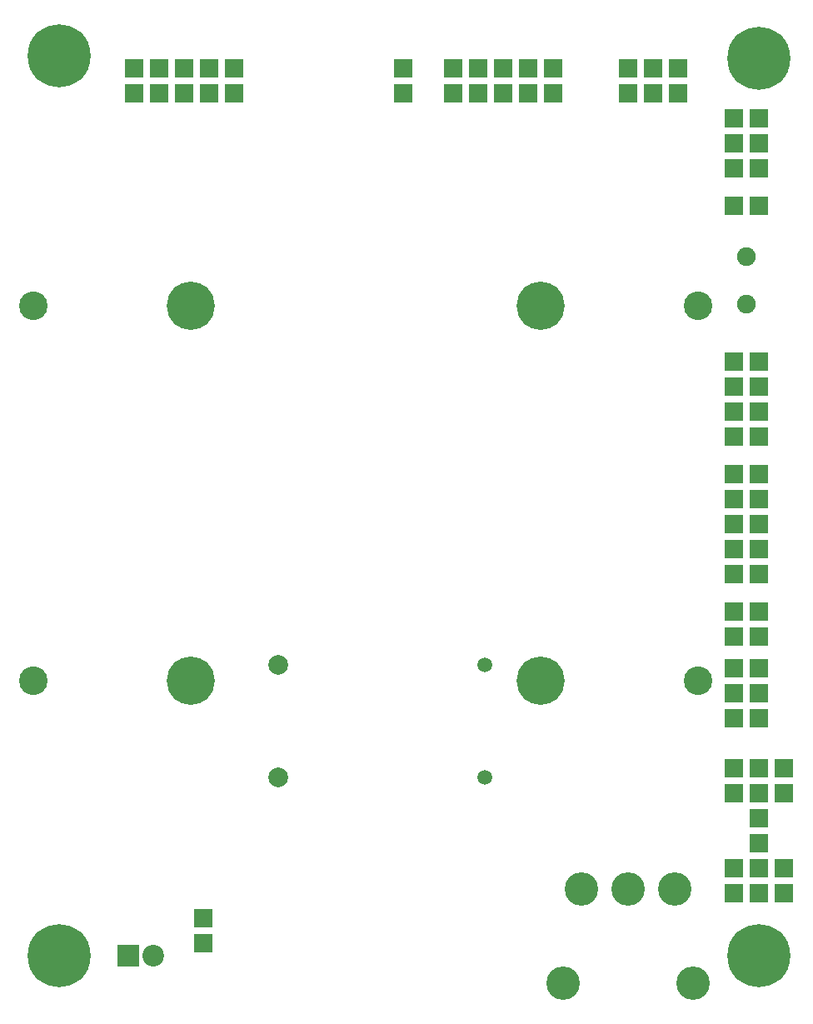
<source format=gbr>
G04 #@! TF.GenerationSoftware,KiCad,Pcbnew,(6.0.0-rc1-dev-205-gc0615c5ef)*
G04 #@! TF.CreationDate,2018-08-02T11:07:55+02:00*
G04 #@! TF.ProjectId,DATALOGGER01A,444154414C4F474745523031412E6B69,REV*
G04 #@! TF.SameCoordinates,Original*
G04 #@! TF.FileFunction,Soldermask,Top*
G04 #@! TF.FilePolarity,Negative*
%FSLAX46Y46*%
G04 Gerber Fmt 4.6, Leading zero omitted, Abs format (unit mm)*
G04 Created by KiCad (PCBNEW (6.0.0-rc1-dev-205-gc0615c5ef)) date 08/02/18 11:07:55*
%MOMM*%
%LPD*%
G01*
G04 APERTURE LIST*
%ADD10C,3.400000*%
%ADD11C,4.900000*%
%ADD12C,2.900000*%
%ADD13C,2.000000*%
%ADD14C,1.500000*%
%ADD15R,1.924000X1.924000*%
%ADD16C,6.400000*%
%ADD17C,1.901140*%
%ADD18C,2.200000*%
%ADD19R,2.200000X2.200000*%
G04 APERTURE END LIST*
D10*
G04 #@! TO.C,SW1*
X56260000Y2286000D03*
X69470000Y2286000D03*
X58165000Y11816000D03*
X62865000Y11816000D03*
X67565000Y11816000D03*
G04 #@! TD*
D11*
G04 #@! TO.C,BT1*
X18395000Y71120000D03*
X53995000Y71120000D03*
D12*
X2445000Y71120000D03*
X69945000Y71120000D03*
G04 #@! TD*
D13*
G04 #@! TO.C,J34*
X27330000Y23145000D03*
D14*
X48330000Y23145000D03*
G04 #@! TD*
D11*
G04 #@! TO.C,BT2*
X18395000Y33020000D03*
X53995000Y33020000D03*
D12*
X2445000Y33020000D03*
X69945000Y33020000D03*
G04 #@! TD*
D15*
G04 #@! TO.C,J1*
X73660000Y43815000D03*
X76200000Y43815000D03*
G04 #@! TD*
G04 #@! TO.C,J2*
X76200000Y51435000D03*
X73660000Y51435000D03*
G04 #@! TD*
G04 #@! TO.C,J3*
X76200000Y48895000D03*
X73660000Y48895000D03*
G04 #@! TD*
G04 #@! TO.C,J4*
X73660000Y46355000D03*
X76200000Y46355000D03*
G04 #@! TD*
G04 #@! TO.C,J5*
X76200000Y53975000D03*
X73660000Y53975000D03*
G04 #@! TD*
G04 #@! TO.C,J6*
X78740000Y24130000D03*
X78740000Y21590000D03*
X76200000Y24130000D03*
X76200000Y21590000D03*
X73660000Y24130000D03*
X73660000Y21590000D03*
G04 #@! TD*
D13*
G04 #@! TO.C,J7*
X27330000Y34575000D03*
D14*
X48330000Y34575000D03*
G04 #@! TD*
D15*
G04 #@! TO.C,J8*
X76200000Y81280000D03*
X73660000Y81280000D03*
G04 #@! TD*
G04 #@! TO.C,J9*
X40005000Y95250000D03*
X40005000Y92710000D03*
G04 #@! TD*
G04 #@! TO.C,J10*
X76200000Y29210000D03*
X73660000Y29210000D03*
X76200000Y31750000D03*
X73660000Y31750000D03*
X76200000Y34290000D03*
X73660000Y34290000D03*
G04 #@! TD*
G04 #@! TO.C,J11*
X19685000Y8890000D03*
X19685000Y6350000D03*
G04 #@! TD*
G04 #@! TO.C,J12*
X12700000Y92710000D03*
X12700000Y95250000D03*
G04 #@! TD*
G04 #@! TO.C,J13*
X15240000Y92710000D03*
X15240000Y95250000D03*
G04 #@! TD*
G04 #@! TO.C,J14*
X17780000Y95250000D03*
X17780000Y92710000D03*
G04 #@! TD*
G04 #@! TO.C,J15*
X20320000Y92710000D03*
X20320000Y95250000D03*
G04 #@! TD*
G04 #@! TO.C,J16*
X22860000Y95250000D03*
X22860000Y92710000D03*
G04 #@! TD*
G04 #@! TO.C,J17*
X73660000Y65405000D03*
X76200000Y65405000D03*
G04 #@! TD*
G04 #@! TO.C,J18*
X76200000Y62865000D03*
X73660000Y62865000D03*
G04 #@! TD*
G04 #@! TO.C,J19*
X73660000Y60325000D03*
X76200000Y60325000D03*
G04 #@! TD*
G04 #@! TO.C,J20*
X76200000Y57785000D03*
X73660000Y57785000D03*
G04 #@! TD*
G04 #@! TO.C,J21*
X76200000Y37465000D03*
X73660000Y37465000D03*
G04 #@! TD*
G04 #@! TO.C,J22*
X47625000Y92710000D03*
X47625000Y95250000D03*
G04 #@! TD*
G04 #@! TO.C,J23*
X45085000Y95250000D03*
X45085000Y92710000D03*
G04 #@! TD*
G04 #@! TO.C,J24*
X50165000Y92710000D03*
X50165000Y95250000D03*
G04 #@! TD*
G04 #@! TO.C,J25*
X52705000Y95250000D03*
X52705000Y92710000D03*
G04 #@! TD*
G04 #@! TO.C,J26*
X55245000Y92710000D03*
X55245000Y95250000D03*
G04 #@! TD*
G04 #@! TO.C,J27*
X65405000Y92710000D03*
X65405000Y95250000D03*
G04 #@! TD*
G04 #@! TO.C,J28*
X67945000Y95250000D03*
X67945000Y92710000D03*
G04 #@! TD*
G04 #@! TO.C,J29*
X62865000Y95250000D03*
X62865000Y92710000D03*
G04 #@! TD*
G04 #@! TO.C,J30*
X76200000Y40005000D03*
X73660000Y40005000D03*
G04 #@! TD*
G04 #@! TO.C,J31*
X76200000Y85090000D03*
X73660000Y85090000D03*
X76200000Y87630000D03*
X73660000Y87630000D03*
X76200000Y90170000D03*
X73660000Y90170000D03*
G04 #@! TD*
D16*
G04 #@! TO.C,M1*
X76200000Y5080000D03*
G04 #@! TD*
G04 #@! TO.C,M3*
X5080000Y96520000D03*
G04 #@! TD*
D17*
G04 #@! TO.C,Y1*
X74930000Y76100940D03*
X74930000Y71219060D03*
G04 #@! TD*
D18*
G04 #@! TO.C,D3*
X14605000Y5080000D03*
D19*
X12065000Y5080000D03*
G04 #@! TD*
D16*
G04 #@! TO.C,M2*
X5080000Y5080000D03*
G04 #@! TD*
G04 #@! TO.C,M4*
X76200000Y96200000D03*
G04 #@! TD*
D15*
G04 #@! TO.C,J32*
X76200000Y16510000D03*
X76200000Y19050000D03*
G04 #@! TD*
G04 #@! TO.C,J33*
X73660000Y11430000D03*
X73660000Y13970000D03*
X76200000Y11430000D03*
X76200000Y13970000D03*
X78740000Y11430000D03*
X78740000Y13970000D03*
G04 #@! TD*
M02*

</source>
